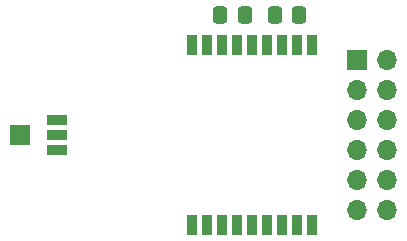
<source format=gbr>
%TF.GenerationSoftware,KiCad,Pcbnew,7.0.1*%
%TF.CreationDate,2023-04-28T09:36:00+02:00*%
%TF.ProjectId,RC_STLP2_ANT,52435f53-544c-4503-925f-414e542e6b69,rev?*%
%TF.SameCoordinates,Original*%
%TF.FileFunction,Soldermask,Top*%
%TF.FilePolarity,Negative*%
%FSLAX46Y46*%
G04 Gerber Fmt 4.6, Leading zero omitted, Abs format (unit mm)*
G04 Created by KiCad (PCBNEW 7.0.1) date 2023-04-28 09:36:00*
%MOMM*%
%LPD*%
G01*
G04 APERTURE LIST*
G04 Aperture macros list*
%AMRoundRect*
0 Rectangle with rounded corners*
0 $1 Rounding radius*
0 $2 $3 $4 $5 $6 $7 $8 $9 X,Y pos of 4 corners*
0 Add a 4 corners polygon primitive as box body*
4,1,4,$2,$3,$4,$5,$6,$7,$8,$9,$2,$3,0*
0 Add four circle primitives for the rounded corners*
1,1,$1+$1,$2,$3*
1,1,$1+$1,$4,$5*
1,1,$1+$1,$6,$7*
1,1,$1+$1,$8,$9*
0 Add four rect primitives between the rounded corners*
20,1,$1+$1,$2,$3,$4,$5,0*
20,1,$1+$1,$4,$5,$6,$7,0*
20,1,$1+$1,$6,$7,$8,$9,0*
20,1,$1+$1,$8,$9,$2,$3,0*%
G04 Aperture macros list end*
%ADD10R,1.700000X1.700000*%
%ADD11O,1.700000X1.700000*%
%ADD12R,0.900000X1.800000*%
%ADD13R,1.800000X0.900000*%
%ADD14RoundRect,0.250000X0.337500X0.475000X-0.337500X0.475000X-0.337500X-0.475000X0.337500X-0.475000X0*%
%ADD15RoundRect,0.250000X-0.337500X-0.475000X0.337500X-0.475000X0.337500X0.475000X-0.337500X0.475000X0*%
G04 APERTURE END LIST*
D10*
%TO.C,J1*%
X149860000Y-43180000D03*
D11*
X152400000Y-43180000D03*
X149860000Y-45720000D03*
X152400000Y-45720000D03*
X149860000Y-48260000D03*
X152400000Y-48260000D03*
X149860000Y-50800000D03*
X152400000Y-50800000D03*
X149860000Y-53340000D03*
X152400000Y-53340000D03*
X149860000Y-55880000D03*
X152400000Y-55880000D03*
%TD*%
D12*
%TO.C,U1*%
X135890000Y-57160000D03*
X137160000Y-57160000D03*
X138430000Y-57160000D03*
X139700000Y-57160000D03*
X140970000Y-57160000D03*
X142240000Y-57160000D03*
X143510000Y-57160000D03*
X144780000Y-57160000D03*
X146050000Y-57160000D03*
X146050000Y-41910000D03*
X144780000Y-41910000D03*
X143510000Y-41910000D03*
X142240000Y-41910000D03*
X140970000Y-41910000D03*
X139700000Y-41910000D03*
X138430000Y-41910000D03*
X137160000Y-41910000D03*
X135890000Y-41910000D03*
D13*
X124460000Y-48260000D03*
X124460000Y-49530000D03*
X124460000Y-50800000D03*
%TD*%
D14*
%TO.C,C1*%
X140335000Y-39370000D03*
X138260000Y-39370000D03*
%TD*%
D15*
%TO.C,C2*%
X142875000Y-39370000D03*
X144950000Y-39370000D03*
%TD*%
D10*
%TO.C,J2*%
X121285000Y-49530000D03*
%TD*%
M02*

</source>
